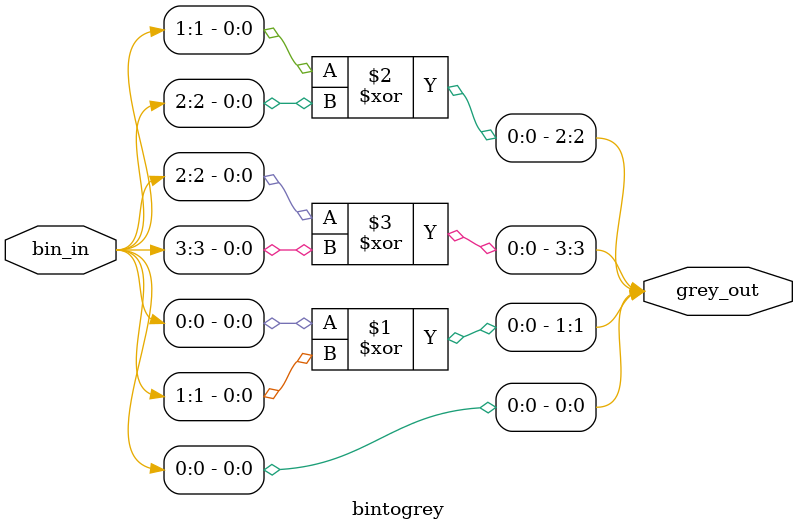
<source format=v>

module bintogrey (
    input [3:0] bin_in,
    output [3:0] grey_out
);
    assign grey_out[0] = bin_in[0];
    assign grey_out[1] = bin_in[0] ^ bin_in[1];
    assign grey_out[2] = bin_in[1] ^ bin_in[2];
    assign grey_out[3] = bin_in[2] ^ bin_in[3]; 
endmodule

</source>
